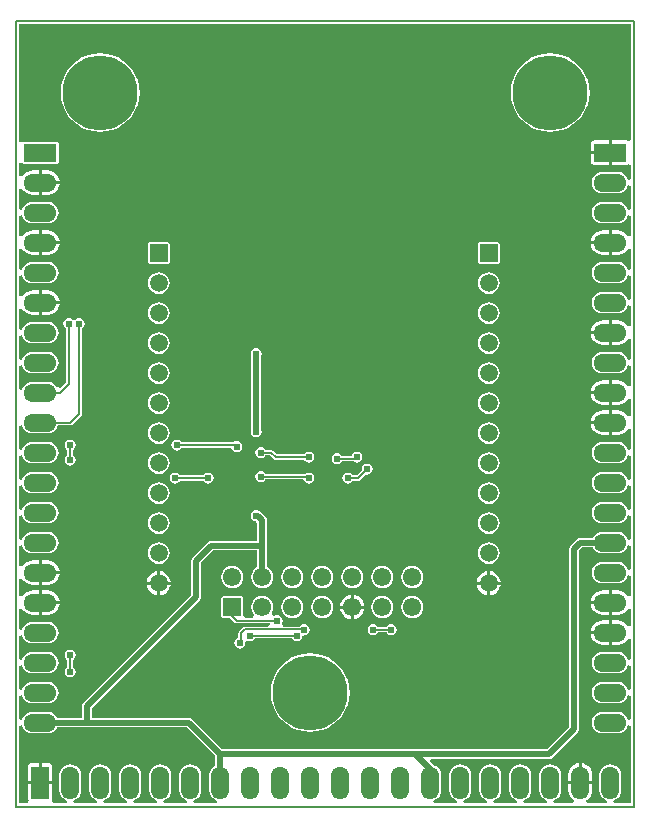
<source format=gbl>
G04 Layer_Physical_Order=2*
G04 Layer_Color=16711680*
%FSLAX25Y25*%
%MOIN*%
G70*
G01*
G75*
%ADD16C,0.00600*%
%ADD17C,0.02000*%
%ADD18C,0.01000*%
%ADD20C,0.00500*%
%ADD21R,0.05984X0.05984*%
%ADD22C,0.05984*%
%ADD23C,0.06102*%
%ADD24R,0.06102X0.06102*%
%ADD25C,0.25000*%
%ADD26O,0.11000X0.06000*%
%ADD27R,0.11000X0.06000*%
%ADD28O,0.06000X0.11000*%
%ADD29R,0.06000X0.11000*%
%ADD30C,0.02400*%
%ADD31C,0.02362*%
G36*
X304980Y322325D02*
X304800Y322181D01*
X303980Y321882D01*
X303890Y321942D01*
X303500Y322020D01*
X298500D01*
Y318000D01*
Y313980D01*
X303500D01*
X303890Y314058D01*
X303980Y314118D01*
X304800Y313819D01*
X304980Y313675D01*
Y309102D01*
X304007Y308940D01*
X303645Y309816D01*
X303067Y310567D01*
X302315Y311145D01*
X301440Y311507D01*
X300500Y311631D01*
X295500D01*
X294560Y311507D01*
X293685Y311145D01*
X292933Y310567D01*
X292355Y309816D01*
X291993Y308940D01*
X291869Y308000D01*
X291993Y307060D01*
X292355Y306185D01*
X292933Y305433D01*
X293685Y304855D01*
X294560Y304493D01*
X295500Y304369D01*
X300500D01*
X301440Y304493D01*
X302315Y304855D01*
X303067Y305433D01*
X303645Y306185D01*
X304007Y307060D01*
X304980Y306898D01*
Y299102D01*
X304007Y298940D01*
X303645Y299816D01*
X303067Y300568D01*
X302315Y301145D01*
X301440Y301507D01*
X300500Y301631D01*
X295500D01*
X294560Y301507D01*
X293685Y301145D01*
X292933Y300568D01*
X292355Y299816D01*
X291993Y298940D01*
X291869Y298000D01*
X291993Y297060D01*
X292355Y296184D01*
X292933Y295432D01*
X293685Y294855D01*
X294560Y294493D01*
X295500Y294369D01*
X300500D01*
X301440Y294493D01*
X302315Y294855D01*
X303067Y295432D01*
X303645Y296184D01*
X304007Y297060D01*
X304980Y296898D01*
Y290249D01*
X304038Y290027D01*
X303980Y290035D01*
X303353Y290853D01*
X302517Y291494D01*
X301544Y291897D01*
X300500Y292035D01*
X298500D01*
Y288000D01*
Y283965D01*
X300500D01*
X301544Y284103D01*
X302517Y284506D01*
X303353Y285147D01*
X303980Y285965D01*
X304038Y285972D01*
X304980Y285751D01*
Y279102D01*
X304007Y278940D01*
X303645Y279816D01*
X303067Y280568D01*
X302315Y281145D01*
X301440Y281507D01*
X300500Y281631D01*
X295500D01*
X294560Y281507D01*
X293685Y281145D01*
X292933Y280568D01*
X292355Y279816D01*
X291993Y278940D01*
X291869Y278000D01*
X291993Y277060D01*
X292355Y276185D01*
X292933Y275432D01*
X293685Y274855D01*
X294560Y274493D01*
X295500Y274369D01*
X300500D01*
X301440Y274493D01*
X302315Y274855D01*
X303067Y275432D01*
X303645Y276185D01*
X304007Y277060D01*
X304980Y276898D01*
Y269102D01*
X304007Y268940D01*
X303645Y269815D01*
X303067Y270567D01*
X302315Y271145D01*
X301440Y271507D01*
X300500Y271631D01*
X295500D01*
X294560Y271507D01*
X293685Y271145D01*
X292933Y270567D01*
X292355Y269815D01*
X291993Y268940D01*
X291869Y268000D01*
X291993Y267060D01*
X292355Y266184D01*
X292933Y265433D01*
X293685Y264855D01*
X294560Y264493D01*
X295500Y264369D01*
X300500D01*
X301440Y264493D01*
X302315Y264855D01*
X303067Y265433D01*
X303645Y266184D01*
X304007Y267060D01*
X304980Y266898D01*
Y260249D01*
X304038Y260028D01*
X303980Y260035D01*
X303353Y260853D01*
X302517Y261494D01*
X301544Y261897D01*
X300500Y262035D01*
X298500D01*
Y258000D01*
Y253965D01*
X300500D01*
X301544Y254103D01*
X302517Y254506D01*
X303353Y255147D01*
X303980Y255965D01*
X304038Y255973D01*
X304980Y255751D01*
Y249102D01*
X304007Y248940D01*
X303645Y249816D01*
X303067Y250568D01*
X302315Y251145D01*
X301440Y251507D01*
X300500Y251631D01*
X295500D01*
X294560Y251507D01*
X293685Y251145D01*
X292933Y250568D01*
X292355Y249816D01*
X291993Y248940D01*
X291869Y248000D01*
X291993Y247060D01*
X292355Y246184D01*
X292933Y245432D01*
X293685Y244855D01*
X294560Y244493D01*
X295500Y244369D01*
X300500D01*
X301440Y244493D01*
X302315Y244855D01*
X303067Y245432D01*
X303645Y246184D01*
X304007Y247060D01*
X304980Y246898D01*
Y240249D01*
X304038Y240027D01*
X303980Y240035D01*
X303353Y240853D01*
X302517Y241494D01*
X301544Y241897D01*
X300500Y242035D01*
X298500D01*
Y238000D01*
Y233965D01*
X300500D01*
X301544Y234103D01*
X302517Y234506D01*
X303353Y235147D01*
X303980Y235965D01*
X304038Y235972D01*
X304980Y235751D01*
Y230249D01*
X304038Y230028D01*
X303980Y230035D01*
X303353Y230853D01*
X302517Y231494D01*
X301544Y231897D01*
X300500Y232034D01*
X298500D01*
Y228000D01*
Y223966D01*
X300500D01*
X301544Y224103D01*
X302517Y224506D01*
X303353Y225147D01*
X303980Y225965D01*
X304038Y225973D01*
X304980Y225751D01*
Y219102D01*
X304007Y218940D01*
X303645Y219815D01*
X303067Y220567D01*
X302315Y221145D01*
X301440Y221507D01*
X300500Y221631D01*
X295500D01*
X294560Y221507D01*
X293685Y221145D01*
X292933Y220567D01*
X292355Y219815D01*
X291993Y218940D01*
X291869Y218000D01*
X291993Y217060D01*
X292355Y216184D01*
X292933Y215433D01*
X293685Y214855D01*
X294560Y214493D01*
X295500Y214369D01*
X300500D01*
X301440Y214493D01*
X302315Y214855D01*
X303067Y215433D01*
X303645Y216184D01*
X304007Y217060D01*
X304980Y216898D01*
Y209102D01*
X304007Y208940D01*
X303645Y209816D01*
X303067Y210567D01*
X302315Y211145D01*
X301440Y211507D01*
X300500Y211631D01*
X295500D01*
X294560Y211507D01*
X293685Y211145D01*
X292933Y210567D01*
X292355Y209816D01*
X291993Y208940D01*
X291869Y208000D01*
X291993Y207060D01*
X292355Y206185D01*
X292933Y205433D01*
X293685Y204855D01*
X294560Y204493D01*
X295500Y204369D01*
X300500D01*
X301440Y204493D01*
X302315Y204855D01*
X303067Y205433D01*
X303645Y206185D01*
X304007Y207060D01*
X304980Y206898D01*
Y199102D01*
X304007Y198940D01*
X303645Y199815D01*
X303067Y200568D01*
X302315Y201145D01*
X301440Y201507D01*
X300500Y201631D01*
X295500D01*
X294560Y201507D01*
X293685Y201145D01*
X292933Y200568D01*
X292355Y199815D01*
X291993Y198940D01*
X291869Y198000D01*
X291993Y197060D01*
X292355Y196185D01*
X292933Y195432D01*
X293685Y194855D01*
X294560Y194493D01*
X295500Y194369D01*
X300500D01*
X301440Y194493D01*
X302315Y194855D01*
X303067Y195432D01*
X303645Y196185D01*
X304007Y197060D01*
X304980Y196898D01*
Y189102D01*
X304007Y188940D01*
X303645Y189815D01*
X303067Y190568D01*
X302315Y191145D01*
X301440Y191507D01*
X300500Y191631D01*
X295500D01*
X294560Y191507D01*
X293685Y191145D01*
X292933Y190568D01*
X292355Y189815D01*
X292279Y189631D01*
X288000D01*
X287376Y189507D01*
X286846Y189154D01*
X284846Y187153D01*
X284493Y186624D01*
X284369Y186000D01*
Y126676D01*
X276824Y119131D01*
X168676D01*
X158653Y129154D01*
X158124Y129507D01*
X157500Y129631D01*
X125131D01*
Y132824D01*
X161153Y168846D01*
X161507Y169376D01*
X161631Y170000D01*
X161631Y170000D01*
Y181324D01*
X165676Y185369D01*
X180369D01*
Y179776D01*
X180159Y179689D01*
X179396Y179104D01*
X178811Y178341D01*
X178443Y177453D01*
X178317Y176500D01*
X178443Y175547D01*
X178811Y174659D01*
X179396Y173896D01*
X180159Y173311D01*
X181047Y172943D01*
X182000Y172817D01*
X182953Y172943D01*
X183841Y173311D01*
X184604Y173896D01*
X185189Y174659D01*
X185557Y175547D01*
X185683Y176500D01*
X185557Y177453D01*
X185189Y178341D01*
X184604Y179104D01*
X183841Y179689D01*
X183631Y179776D01*
Y187000D01*
Y195500D01*
X183507Y196124D01*
X183153Y196653D01*
X181653Y198153D01*
X181124Y198507D01*
X180925Y198547D01*
X180702Y198696D01*
X180000Y198835D01*
X179298Y198696D01*
X178702Y198298D01*
X178304Y197702D01*
X178165Y197000D01*
X178304Y196298D01*
X178702Y195702D01*
X179298Y195304D01*
X180000Y195165D01*
X180369Y194289D01*
Y188631D01*
X165000D01*
X164376Y188507D01*
X163847Y188154D01*
X158846Y183153D01*
X158493Y182624D01*
X158369Y182000D01*
Y170676D01*
X122346Y134653D01*
X121993Y134124D01*
X121869Y133500D01*
Y129631D01*
X113721D01*
X113645Y129815D01*
X113068Y130568D01*
X112315Y131145D01*
X111440Y131507D01*
X110500Y131631D01*
X105500D01*
X104560Y131507D01*
X103684Y131145D01*
X102932Y130568D01*
X102355Y129815D01*
X101993Y128940D01*
X101020Y129102D01*
Y136898D01*
X101993Y137060D01*
X102355Y136185D01*
X102932Y135432D01*
X103684Y134855D01*
X104560Y134493D01*
X105500Y134369D01*
X110500D01*
X111440Y134493D01*
X112315Y134855D01*
X113068Y135432D01*
X113645Y136185D01*
X114007Y137060D01*
X114131Y138000D01*
X114007Y138940D01*
X113645Y139815D01*
X113068Y140568D01*
X112315Y141145D01*
X111440Y141507D01*
X110500Y141631D01*
X105500D01*
X104560Y141507D01*
X103684Y141145D01*
X102932Y140568D01*
X102355Y139815D01*
X101993Y138940D01*
X101020Y139102D01*
Y146898D01*
X101993Y147060D01*
X102355Y146185D01*
X102932Y145432D01*
X103684Y144855D01*
X104560Y144493D01*
X105500Y144369D01*
X110500D01*
X111440Y144493D01*
X112315Y144855D01*
X113068Y145432D01*
X113645Y146185D01*
X114007Y147060D01*
X114131Y148000D01*
X114007Y148940D01*
X113645Y149815D01*
X113068Y150568D01*
X112315Y151145D01*
X111440Y151507D01*
X110500Y151631D01*
X105500D01*
X104560Y151507D01*
X103684Y151145D01*
X102932Y150568D01*
X102355Y149815D01*
X101993Y148940D01*
X101020Y149102D01*
Y156898D01*
X101993Y157060D01*
X102355Y156184D01*
X102932Y155432D01*
X103684Y154855D01*
X104560Y154493D01*
X105500Y154369D01*
X110500D01*
X111440Y154493D01*
X112315Y154855D01*
X113068Y155432D01*
X113645Y156184D01*
X114007Y157060D01*
X114131Y158000D01*
X114007Y158940D01*
X113645Y159816D01*
X113068Y160568D01*
X112315Y161145D01*
X111440Y161507D01*
X110500Y161631D01*
X105500D01*
X104560Y161507D01*
X103684Y161145D01*
X102932Y160568D01*
X102355Y159816D01*
X101993Y158940D01*
X101020Y159102D01*
Y165751D01*
X101962Y165972D01*
X102020Y165965D01*
X102647Y165147D01*
X103483Y164506D01*
X104456Y164103D01*
X105500Y163965D01*
X107500D01*
Y168000D01*
Y172035D01*
X105500D01*
X104456Y171897D01*
X103483Y171494D01*
X102647Y170853D01*
X102020Y170035D01*
X101962Y170027D01*
X101020Y170249D01*
Y175751D01*
X101962Y175972D01*
X102020Y175965D01*
X102647Y175147D01*
X103483Y174506D01*
X104456Y174103D01*
X105500Y173966D01*
X107500D01*
Y178000D01*
Y182035D01*
X105500D01*
X104456Y181897D01*
X103483Y181494D01*
X102647Y180853D01*
X102020Y180035D01*
X101962Y180027D01*
X101020Y180249D01*
Y186898D01*
X101993Y187060D01*
X102355Y186185D01*
X102932Y185432D01*
X103684Y184855D01*
X104560Y184493D01*
X105500Y184369D01*
X110500D01*
X111440Y184493D01*
X112315Y184855D01*
X113068Y185432D01*
X113645Y186185D01*
X114007Y187060D01*
X114131Y188000D01*
X114007Y188940D01*
X113645Y189815D01*
X113068Y190568D01*
X112315Y191145D01*
X111440Y191507D01*
X110500Y191631D01*
X105500D01*
X104560Y191507D01*
X103684Y191145D01*
X102932Y190568D01*
X102355Y189815D01*
X101993Y188940D01*
X101020Y189102D01*
Y196898D01*
X101993Y197060D01*
X102355Y196185D01*
X102932Y195432D01*
X103684Y194855D01*
X104560Y194493D01*
X105500Y194369D01*
X110500D01*
X111440Y194493D01*
X112315Y194855D01*
X113068Y195432D01*
X113645Y196185D01*
X114007Y197060D01*
X114131Y198000D01*
X114007Y198940D01*
X113645Y199815D01*
X113068Y200568D01*
X112315Y201145D01*
X111440Y201507D01*
X110500Y201631D01*
X105500D01*
X104560Y201507D01*
X103684Y201145D01*
X102932Y200568D01*
X102355Y199815D01*
X101993Y198940D01*
X101020Y199102D01*
Y206898D01*
X101993Y207060D01*
X102355Y206185D01*
X102932Y205433D01*
X103684Y204855D01*
X104560Y204493D01*
X105500Y204369D01*
X110500D01*
X111440Y204493D01*
X112315Y204855D01*
X113068Y205433D01*
X113645Y206185D01*
X114007Y207060D01*
X114131Y208000D01*
X114007Y208940D01*
X113645Y209816D01*
X113068Y210567D01*
X112315Y211145D01*
X111440Y211507D01*
X110500Y211631D01*
X105500D01*
X104560Y211507D01*
X103684Y211145D01*
X102932Y210567D01*
X102355Y209816D01*
X101993Y208940D01*
X101020Y209102D01*
Y216898D01*
X101993Y217060D01*
X102355Y216184D01*
X102932Y215433D01*
X103684Y214855D01*
X104560Y214493D01*
X105500Y214369D01*
X110500D01*
X111440Y214493D01*
X112315Y214855D01*
X113068Y215433D01*
X113645Y216184D01*
X114007Y217060D01*
X114131Y218000D01*
X114007Y218940D01*
X113645Y219815D01*
X113068Y220567D01*
X112315Y221145D01*
X111440Y221507D01*
X110500Y221631D01*
X105500D01*
X104560Y221507D01*
X103684Y221145D01*
X102932Y220567D01*
X102355Y219815D01*
X101993Y218940D01*
X101020Y219102D01*
Y226898D01*
X101993Y227060D01*
X102355Y226185D01*
X102932Y225432D01*
X103684Y224855D01*
X104560Y224493D01*
X105500Y224369D01*
X110500D01*
X111440Y224493D01*
X112315Y224855D01*
X113068Y225432D01*
X113645Y226185D01*
X114007Y227060D01*
X114010Y227082D01*
X118000D01*
X118351Y227152D01*
X118649Y227351D01*
X121649Y230351D01*
X121848Y230649D01*
X121918Y231000D01*
Y259448D01*
X122298Y259702D01*
X122696Y260298D01*
X122835Y261000D01*
X122696Y261702D01*
X122298Y262298D01*
X121702Y262696D01*
X121000Y262835D01*
X120298Y262696D01*
X119702Y262298D01*
X118798D01*
X118202Y262696D01*
X117500Y262835D01*
X116798Y262696D01*
X116202Y262298D01*
X115804Y261702D01*
X115665Y261000D01*
X115804Y260298D01*
X116202Y259702D01*
X116582Y259448D01*
Y241380D01*
X114812Y239610D01*
X113648Y239815D01*
X113627Y239839D01*
X113068Y240567D01*
X112315Y241145D01*
X111440Y241507D01*
X110500Y241631D01*
X105500D01*
X104560Y241507D01*
X103684Y241145D01*
X102932Y240567D01*
X102355Y239815D01*
X101993Y238940D01*
X101020Y239102D01*
Y246898D01*
X101993Y247060D01*
X102355Y246184D01*
X102932Y245432D01*
X103684Y244855D01*
X104560Y244493D01*
X105500Y244369D01*
X110500D01*
X111440Y244493D01*
X112315Y244855D01*
X113068Y245432D01*
X113645Y246184D01*
X114007Y247060D01*
X114131Y248000D01*
X114007Y248940D01*
X113645Y249816D01*
X113068Y250568D01*
X112315Y251145D01*
X111440Y251507D01*
X110500Y251631D01*
X105500D01*
X104560Y251507D01*
X103684Y251145D01*
X102932Y250568D01*
X102355Y249816D01*
X101993Y248940D01*
X101020Y249102D01*
Y256898D01*
X101993Y257060D01*
X102355Y256185D01*
X102932Y255433D01*
X103684Y254855D01*
X104560Y254493D01*
X105500Y254369D01*
X110500D01*
X111440Y254493D01*
X112315Y254855D01*
X113068Y255433D01*
X113645Y256185D01*
X114007Y257060D01*
X114131Y258000D01*
X114007Y258940D01*
X113645Y259816D01*
X113068Y260567D01*
X112315Y261145D01*
X111440Y261507D01*
X110500Y261631D01*
X105500D01*
X104560Y261507D01*
X103684Y261145D01*
X102932Y260567D01*
X102355Y259816D01*
X101993Y258940D01*
X101020Y259102D01*
Y265751D01*
X101962Y265972D01*
X102020Y265965D01*
X102647Y265147D01*
X103483Y264506D01*
X104456Y264103D01*
X105500Y263966D01*
X107500D01*
Y268000D01*
Y272035D01*
X105500D01*
X104456Y271897D01*
X103483Y271494D01*
X102647Y270853D01*
X102020Y270035D01*
X101962Y270027D01*
X101020Y270249D01*
Y276898D01*
X101993Y277060D01*
X102355Y276185D01*
X102932Y275432D01*
X103684Y274855D01*
X104560Y274493D01*
X105500Y274369D01*
X110500D01*
X111440Y274493D01*
X112315Y274855D01*
X113068Y275432D01*
X113645Y276185D01*
X114007Y277060D01*
X114131Y278000D01*
X114007Y278940D01*
X113645Y279816D01*
X113068Y280568D01*
X112315Y281145D01*
X111440Y281507D01*
X110500Y281631D01*
X105500D01*
X104560Y281507D01*
X103684Y281145D01*
X102932Y280568D01*
X102355Y279816D01*
X101993Y278940D01*
X101020Y279102D01*
Y285751D01*
X101962Y285972D01*
X102020Y285965D01*
X102647Y285147D01*
X103483Y284506D01*
X104456Y284103D01*
X105500Y283965D01*
X107500D01*
Y288000D01*
Y292035D01*
X105500D01*
X104456Y291897D01*
X103483Y291494D01*
X102647Y290853D01*
X102020Y290035D01*
X101962Y290027D01*
X101020Y290249D01*
Y296898D01*
X101993Y297060D01*
X102355Y296184D01*
X102932Y295432D01*
X103684Y294855D01*
X104560Y294493D01*
X105500Y294369D01*
X110500D01*
X111440Y294493D01*
X112315Y294855D01*
X113068Y295432D01*
X113645Y296184D01*
X114007Y297060D01*
X114131Y298000D01*
X114007Y298940D01*
X113645Y299816D01*
X113068Y300568D01*
X112315Y301145D01*
X111440Y301507D01*
X110500Y301631D01*
X105500D01*
X104560Y301507D01*
X103684Y301145D01*
X102932Y300568D01*
X102355Y299816D01*
X101993Y298940D01*
X101020Y299102D01*
Y305751D01*
X101962Y305973D01*
X102020Y305965D01*
X102647Y305147D01*
X103483Y304506D01*
X104456Y304103D01*
X105500Y303965D01*
X107500D01*
Y308000D01*
Y312035D01*
X105500D01*
X104456Y311897D01*
X103483Y311494D01*
X102647Y310853D01*
X102020Y310035D01*
X101962Y310028D01*
X101020Y310249D01*
Y314393D01*
X102020Y314592D01*
X102041Y314541D01*
X102500Y314351D01*
X113500D01*
X113959Y314541D01*
X114149Y315000D01*
Y321000D01*
X113959Y321459D01*
X113500Y321649D01*
X102500D01*
X102041Y321459D01*
X102020Y321408D01*
X101020Y321607D01*
Y360981D01*
X304980D01*
Y322325D01*
D02*
G37*
G36*
Y186898D02*
Y179102D01*
X304007Y178940D01*
X303645Y179815D01*
X303067Y180568D01*
X302315Y181145D01*
X301440Y181507D01*
X300500Y181631D01*
X295500D01*
X294560Y181507D01*
X293685Y181145D01*
X292933Y180568D01*
X292355Y179815D01*
X291993Y178940D01*
X291869Y178000D01*
X291993Y177060D01*
X292355Y176184D01*
X292933Y175432D01*
X293685Y174855D01*
X294560Y174493D01*
X295500Y174369D01*
X300500D01*
X301440Y174493D01*
X302315Y174855D01*
X303067Y175432D01*
X303645Y176184D01*
X304007Y177060D01*
X304980Y176898D01*
Y170249D01*
X304038Y170027D01*
X303980Y170035D01*
X303353Y170853D01*
X302517Y171494D01*
X301544Y171897D01*
X300500Y172035D01*
X298500D01*
Y168000D01*
Y163965D01*
X300500D01*
X301544Y164103D01*
X302517Y164506D01*
X303353Y165147D01*
X303980Y165965D01*
X304038Y165972D01*
X304980Y165751D01*
Y160249D01*
X304038Y160028D01*
X303980Y160035D01*
X303353Y160853D01*
X302517Y161494D01*
X301544Y161897D01*
X300500Y162034D01*
X298500D01*
Y158000D01*
Y153965D01*
X300500D01*
X301544Y154103D01*
X302517Y154506D01*
X303353Y155147D01*
X303980Y155965D01*
X304038Y155973D01*
X304980Y155751D01*
Y149102D01*
X304007Y148940D01*
X303645Y149815D01*
X303067Y150568D01*
X302315Y151145D01*
X301440Y151507D01*
X300500Y151631D01*
X295500D01*
X294560Y151507D01*
X293685Y151145D01*
X292933Y150568D01*
X292355Y149815D01*
X291993Y148940D01*
X291869Y148000D01*
X291993Y147060D01*
X292355Y146185D01*
X292933Y145432D01*
X293685Y144855D01*
X294560Y144493D01*
X295500Y144369D01*
X300500D01*
X301440Y144493D01*
X302315Y144855D01*
X303067Y145432D01*
X303645Y146185D01*
X304007Y147060D01*
X304980Y146898D01*
Y139102D01*
X304007Y138940D01*
X303645Y139815D01*
X303067Y140568D01*
X302315Y141145D01*
X301440Y141507D01*
X300500Y141631D01*
X295500D01*
X294560Y141507D01*
X293685Y141145D01*
X292933Y140568D01*
X292355Y139815D01*
X291993Y138940D01*
X291869Y138000D01*
X291993Y137060D01*
X292355Y136185D01*
X292933Y135432D01*
X293685Y134855D01*
X294560Y134493D01*
X295500Y134369D01*
X300500D01*
X301440Y134493D01*
X302315Y134855D01*
X303067Y135432D01*
X303645Y136185D01*
X304007Y137060D01*
X304980Y136898D01*
Y129102D01*
X304007Y128940D01*
X303645Y129815D01*
X303067Y130568D01*
X302315Y131145D01*
X301440Y131507D01*
X300500Y131631D01*
X295500D01*
X294560Y131507D01*
X293685Y131145D01*
X292933Y130568D01*
X292355Y129815D01*
X291993Y128940D01*
X291869Y128000D01*
X291993Y127060D01*
X292355Y126184D01*
X292933Y125432D01*
X293685Y124855D01*
X294560Y124493D01*
X295500Y124369D01*
X300500D01*
X301440Y124493D01*
X302315Y124855D01*
X303067Y125432D01*
X303645Y126184D01*
X304007Y127060D01*
X304980Y126898D01*
Y101020D01*
X299102D01*
X298940Y101993D01*
X299816Y102355D01*
X300568Y102932D01*
X301145Y103684D01*
X301507Y104560D01*
X301631Y105500D01*
Y110500D01*
X301507Y111440D01*
X301145Y112315D01*
X300568Y113068D01*
X299816Y113645D01*
X298940Y114007D01*
X298000Y114131D01*
X297060Y114007D01*
X296184Y113645D01*
X295432Y113068D01*
X294855Y112315D01*
X294493Y111440D01*
X294369Y110500D01*
Y105500D01*
X294493Y104560D01*
X294855Y103684D01*
X295432Y102932D01*
X296184Y102355D01*
X297060Y101993D01*
X296898Y101020D01*
X290249D01*
X290027Y101962D01*
X290035Y102020D01*
X290853Y102647D01*
X291494Y103483D01*
X291897Y104456D01*
X292035Y105500D01*
Y107500D01*
X288000D01*
X283965D01*
Y105500D01*
X284103Y104456D01*
X284506Y103483D01*
X285147Y102647D01*
X285965Y102020D01*
X285972Y101962D01*
X285751Y101020D01*
X279102D01*
X278940Y101993D01*
X279816Y102355D01*
X280568Y102932D01*
X281145Y103684D01*
X281507Y104560D01*
X281631Y105500D01*
Y110500D01*
X281507Y111440D01*
X281145Y112315D01*
X280568Y113068D01*
X279816Y113645D01*
X278940Y114007D01*
X278000Y114131D01*
X277060Y114007D01*
X276185Y113645D01*
X275432Y113068D01*
X274855Y112315D01*
X274493Y111440D01*
X274369Y110500D01*
Y105500D01*
X274493Y104560D01*
X274855Y103684D01*
X275432Y102932D01*
X276185Y102355D01*
X277060Y101993D01*
X276898Y101020D01*
X269102D01*
X268940Y101993D01*
X269815Y102355D01*
X270567Y102932D01*
X271145Y103684D01*
X271507Y104560D01*
X271631Y105500D01*
Y110500D01*
X271507Y111440D01*
X271145Y112315D01*
X270567Y113068D01*
X269815Y113645D01*
X268940Y114007D01*
X268000Y114131D01*
X267060Y114007D01*
X266184Y113645D01*
X265433Y113068D01*
X264855Y112315D01*
X264493Y111440D01*
X264369Y110500D01*
Y105500D01*
X264493Y104560D01*
X264855Y103684D01*
X265433Y102932D01*
X266184Y102355D01*
X267060Y101993D01*
X266898Y101020D01*
X259102D01*
X258940Y101993D01*
X259816Y102355D01*
X260567Y102932D01*
X261145Y103684D01*
X261507Y104560D01*
X261631Y105500D01*
Y110500D01*
X261507Y111440D01*
X261145Y112315D01*
X260567Y113068D01*
X259816Y113645D01*
X258940Y114007D01*
X258000Y114131D01*
X257060Y114007D01*
X256185Y113645D01*
X255433Y113068D01*
X254855Y112315D01*
X254493Y111440D01*
X254369Y110500D01*
Y105500D01*
X254493Y104560D01*
X254855Y103684D01*
X255433Y102932D01*
X256185Y102355D01*
X257060Y101993D01*
X256898Y101020D01*
X249102D01*
X248940Y101993D01*
X249816Y102355D01*
X250568Y102932D01*
X251145Y103684D01*
X251507Y104560D01*
X251631Y105500D01*
Y110500D01*
X251507Y111440D01*
X251145Y112315D01*
X250568Y113068D01*
X249816Y113645D01*
X248940Y114007D01*
X248000Y114131D01*
X247060Y114007D01*
X246184Y113645D01*
X245432Y113068D01*
X244855Y112315D01*
X244493Y111440D01*
X244369Y110500D01*
Y105500D01*
X244493Y104560D01*
X244855Y103684D01*
X245432Y102932D01*
X246184Y102355D01*
X247060Y101993D01*
X246898Y101020D01*
X239102D01*
X238940Y101993D01*
X239815Y102355D01*
X240567Y102932D01*
X241145Y103684D01*
X241507Y104560D01*
X241631Y105500D01*
Y110500D01*
X241507Y111440D01*
X241145Y112315D01*
X240567Y113068D01*
X239815Y113645D01*
X238940Y114007D01*
X238778Y114029D01*
X237862Y114945D01*
X238245Y115869D01*
X277500D01*
X278124Y115993D01*
X278654Y116347D01*
X287154Y124846D01*
X287507Y125376D01*
X287631Y126000D01*
X287631Y126000D01*
Y185324D01*
X288676Y186369D01*
X292279D01*
X292355Y186185D01*
X292933Y185432D01*
X293685Y184855D01*
X294560Y184493D01*
X295500Y184369D01*
X300500D01*
X301440Y184493D01*
X302315Y184855D01*
X303067Y185432D01*
X303645Y186185D01*
X304007Y187060D01*
X304980Y186898D01*
D02*
G37*
G36*
X102355Y126184D02*
X102932Y125432D01*
X103684Y124855D01*
X104560Y124493D01*
X105500Y124369D01*
X110500D01*
X111440Y124493D01*
X112315Y124855D01*
X113068Y125432D01*
X113645Y126184D01*
X113721Y126369D01*
X156824D01*
X166369Y116824D01*
Y113721D01*
X166184Y113645D01*
X165432Y113068D01*
X164855Y112315D01*
X164493Y111440D01*
X164369Y110500D01*
Y105500D01*
X164493Y104560D01*
X164855Y103684D01*
X165432Y102932D01*
X166184Y102355D01*
X167060Y101993D01*
X166898Y101020D01*
X159102D01*
X158940Y101993D01*
X159816Y102355D01*
X160568Y102932D01*
X161145Y103684D01*
X161507Y104560D01*
X161631Y105500D01*
Y110500D01*
X161507Y111440D01*
X161145Y112315D01*
X160568Y113068D01*
X159816Y113645D01*
X158940Y114007D01*
X158000Y114131D01*
X157060Y114007D01*
X156184Y113645D01*
X155432Y113068D01*
X154855Y112315D01*
X154493Y111440D01*
X154369Y110500D01*
Y105500D01*
X154493Y104560D01*
X154855Y103684D01*
X155432Y102932D01*
X156184Y102355D01*
X157060Y101993D01*
X156898Y101020D01*
X149102D01*
X148940Y101993D01*
X149815Y102355D01*
X150568Y102932D01*
X151145Y103684D01*
X151507Y104560D01*
X151631Y105500D01*
Y110500D01*
X151507Y111440D01*
X151145Y112315D01*
X150568Y113068D01*
X149815Y113645D01*
X148940Y114007D01*
X148000Y114131D01*
X147060Y114007D01*
X146185Y113645D01*
X145432Y113068D01*
X144855Y112315D01*
X144493Y111440D01*
X144369Y110500D01*
Y105500D01*
X144493Y104560D01*
X144855Y103684D01*
X145432Y102932D01*
X146185Y102355D01*
X147060Y101993D01*
X146898Y101020D01*
X139102D01*
X138940Y101993D01*
X139815Y102355D01*
X140568Y102932D01*
X141145Y103684D01*
X141507Y104560D01*
X141631Y105500D01*
Y110500D01*
X141507Y111440D01*
X141145Y112315D01*
X140568Y113068D01*
X139815Y113645D01*
X138940Y114007D01*
X138000Y114131D01*
X137060Y114007D01*
X136185Y113645D01*
X135432Y113068D01*
X134855Y112315D01*
X134493Y111440D01*
X134369Y110500D01*
Y105500D01*
X134493Y104560D01*
X134855Y103684D01*
X135432Y102932D01*
X136185Y102355D01*
X137060Y101993D01*
X136898Y101020D01*
X129102D01*
X128940Y101993D01*
X129815Y102355D01*
X130568Y102932D01*
X131145Y103684D01*
X131507Y104560D01*
X131631Y105500D01*
Y110500D01*
X131507Y111440D01*
X131145Y112315D01*
X130568Y113068D01*
X129815Y113645D01*
X128940Y114007D01*
X128000Y114131D01*
X127060Y114007D01*
X126184Y113645D01*
X125432Y113068D01*
X124855Y112315D01*
X124493Y111440D01*
X124369Y110500D01*
Y105500D01*
X124493Y104560D01*
X124855Y103684D01*
X125432Y102932D01*
X126184Y102355D01*
X127060Y101993D01*
X126898Y101020D01*
X119102D01*
X118940Y101993D01*
X119816Y102355D01*
X120568Y102932D01*
X121145Y103684D01*
X121507Y104560D01*
X121631Y105500D01*
Y110500D01*
X121507Y111440D01*
X121145Y112315D01*
X120568Y113068D01*
X119816Y113645D01*
X118940Y114007D01*
X118000Y114131D01*
X117060Y114007D01*
X116184Y113645D01*
X115432Y113068D01*
X114855Y112315D01*
X114493Y111440D01*
X114369Y110500D01*
Y105500D01*
X114493Y104560D01*
X114855Y103684D01*
X115432Y102932D01*
X116184Y102355D01*
X117060Y101993D01*
X116898Y101020D01*
X112325D01*
X112181Y101200D01*
X111882Y102020D01*
X111942Y102110D01*
X112020Y102500D01*
Y107500D01*
X108000D01*
X103980D01*
Y102500D01*
X104058Y102110D01*
X104118Y102020D01*
X103819Y101200D01*
X103675Y101020D01*
X101020D01*
Y126898D01*
X101993Y127060D01*
X102355Y126184D01*
D02*
G37*
%LPC*%
G36*
X202000Y180183D02*
X201047Y180057D01*
X200159Y179689D01*
X199396Y179104D01*
X198811Y178341D01*
X198443Y177453D01*
X198317Y176500D01*
X198443Y175547D01*
X198811Y174659D01*
X199396Y173896D01*
X200159Y173311D01*
X201047Y172943D01*
X202000Y172817D01*
X202953Y172943D01*
X203841Y173311D01*
X204604Y173896D01*
X205189Y174659D01*
X205557Y175547D01*
X205683Y176500D01*
X205557Y177453D01*
X205189Y178341D01*
X204604Y179104D01*
X203841Y179689D01*
X202953Y180057D01*
X202000Y180183D01*
D02*
G37*
G36*
X192000D02*
X191047Y180057D01*
X190159Y179689D01*
X189396Y179104D01*
X188811Y178341D01*
X188443Y177453D01*
X188317Y176500D01*
X188443Y175547D01*
X188811Y174659D01*
X189396Y173896D01*
X190159Y173311D01*
X191047Y172943D01*
X192000Y172817D01*
X192953Y172943D01*
X193841Y173311D01*
X194604Y173896D01*
X195189Y174659D01*
X195557Y175547D01*
X195683Y176500D01*
X195557Y177453D01*
X195189Y178341D01*
X194604Y179104D01*
X193841Y179689D01*
X192953Y180057D01*
X192000Y180183D01*
D02*
G37*
G36*
X212000D02*
X211047Y180057D01*
X210159Y179689D01*
X209396Y179104D01*
X208811Y178341D01*
X208443Y177453D01*
X208317Y176500D01*
X208443Y175547D01*
X208811Y174659D01*
X209396Y173896D01*
X210159Y173311D01*
X211047Y172943D01*
X212000Y172817D01*
X212953Y172943D01*
X213841Y173311D01*
X214604Y173896D01*
X215189Y174659D01*
X215557Y175547D01*
X215683Y176500D01*
X215557Y177453D01*
X215189Y178341D01*
X214604Y179104D01*
X213841Y179689D01*
X212953Y180057D01*
X212000Y180183D01*
D02*
G37*
G36*
X232000D02*
X231047Y180057D01*
X230159Y179689D01*
X229396Y179104D01*
X228811Y178341D01*
X228443Y177453D01*
X228317Y176500D01*
X228443Y175547D01*
X228811Y174659D01*
X229396Y173896D01*
X230159Y173311D01*
X231047Y172943D01*
X232000Y172817D01*
X232953Y172943D01*
X233841Y173311D01*
X234604Y173896D01*
X235189Y174659D01*
X235557Y175547D01*
X235683Y176500D01*
X235557Y177453D01*
X235189Y178341D01*
X234604Y179104D01*
X233841Y179689D01*
X232953Y180057D01*
X232000Y180183D01*
D02*
G37*
G36*
X222000D02*
X221047Y180057D01*
X220159Y179689D01*
X219396Y179104D01*
X218811Y178341D01*
X218443Y177453D01*
X218317Y176500D01*
X218443Y175547D01*
X218811Y174659D01*
X219396Y173896D01*
X220159Y173311D01*
X221047Y172943D01*
X222000Y172817D01*
X222953Y172943D01*
X223841Y173311D01*
X224604Y173896D01*
X225189Y174659D01*
X225557Y175547D01*
X225683Y176500D01*
X225557Y177453D01*
X225189Y178341D01*
X224604Y179104D01*
X223841Y179689D01*
X222953Y180057D01*
X222000Y180183D01*
D02*
G37*
G36*
X257000Y174000D02*
X253539D01*
X253611Y173458D01*
X254013Y172487D01*
X254653Y171653D01*
X255487Y171013D01*
X256458Y170611D01*
X257000Y170539D01*
Y174000D01*
D02*
G37*
G36*
X147000D02*
X143539D01*
X143611Y173458D01*
X144013Y172487D01*
X144653Y171653D01*
X145487Y171013D01*
X146458Y170611D01*
X147000Y170539D01*
Y174000D01*
D02*
G37*
G36*
X151461D02*
X148000D01*
Y170539D01*
X148542Y170611D01*
X149513Y171013D01*
X150347Y171653D01*
X150987Y172487D01*
X151389Y173458D01*
X151461Y174000D01*
D02*
G37*
G36*
X172000Y180183D02*
X171047Y180057D01*
X170159Y179689D01*
X169396Y179104D01*
X168811Y178341D01*
X168443Y177453D01*
X168317Y176500D01*
X168443Y175547D01*
X168811Y174659D01*
X169396Y173896D01*
X170159Y173311D01*
X171047Y172943D01*
X172000Y172817D01*
X172953Y172943D01*
X173841Y173311D01*
X174604Y173896D01*
X175189Y174659D01*
X175557Y175547D01*
X175683Y176500D01*
X175557Y177453D01*
X175189Y178341D01*
X174604Y179104D01*
X173841Y179689D01*
X172953Y180057D01*
X172000Y180183D01*
D02*
G37*
G36*
X261461Y174000D02*
X258000D01*
Y170539D01*
X258542Y170611D01*
X259513Y171013D01*
X260347Y171653D01*
X260987Y172487D01*
X261389Y173458D01*
X261461Y174000D01*
D02*
G37*
G36*
X147500Y188123D02*
X146562Y188000D01*
X145688Y187638D01*
X144938Y187062D01*
X144362Y186312D01*
X144000Y185438D01*
X143877Y184500D01*
X144000Y183562D01*
X144362Y182688D01*
X144938Y181938D01*
X145688Y181362D01*
X146562Y181000D01*
X147500Y180877D01*
X148438Y181000D01*
X149312Y181362D01*
X150062Y181938D01*
X150638Y182688D01*
X151000Y183562D01*
X151123Y184500D01*
X151000Y185438D01*
X150638Y186312D01*
X150062Y187062D01*
X149312Y187638D01*
X148438Y188000D01*
X147500Y188123D01*
D02*
G37*
G36*
X110500Y182035D02*
X108500D01*
Y178500D01*
X114469D01*
X114397Y179044D01*
X113994Y180017D01*
X113353Y180853D01*
X112517Y181494D01*
X111544Y181897D01*
X110500Y182035D01*
D02*
G37*
G36*
X257500Y188123D02*
X256562Y188000D01*
X255688Y187638D01*
X254938Y187062D01*
X254362Y186312D01*
X254000Y185438D01*
X253877Y184500D01*
X254000Y183562D01*
X254362Y182688D01*
X254938Y181938D01*
X255688Y181362D01*
X256562Y181000D01*
X257500Y180877D01*
X258438Y181000D01*
X259312Y181362D01*
X260062Y181938D01*
X260638Y182688D01*
X261000Y183562D01*
X261123Y184500D01*
X261000Y185438D01*
X260638Y186312D01*
X260062Y187062D01*
X259312Y187638D01*
X258438Y188000D01*
X257500Y188123D01*
D02*
G37*
G36*
Y198123D02*
X256562Y198000D01*
X255688Y197638D01*
X254938Y197062D01*
X254362Y196312D01*
X254000Y195438D01*
X253877Y194500D01*
X254000Y193562D01*
X254362Y192688D01*
X254938Y191938D01*
X255688Y191362D01*
X256562Y191000D01*
X257500Y190877D01*
X258438Y191000D01*
X259312Y191362D01*
X260062Y191938D01*
X260638Y192688D01*
X261000Y193562D01*
X261123Y194500D01*
X261000Y195438D01*
X260638Y196312D01*
X260062Y197062D01*
X259312Y197638D01*
X258438Y198000D01*
X257500Y198123D01*
D02*
G37*
G36*
X147500D02*
X146562Y198000D01*
X145688Y197638D01*
X144938Y197062D01*
X144362Y196312D01*
X144000Y195438D01*
X143877Y194500D01*
X144000Y193562D01*
X144362Y192688D01*
X144938Y191938D01*
X145688Y191362D01*
X146562Y191000D01*
X147500Y190877D01*
X148438Y191000D01*
X149312Y191362D01*
X150062Y191938D01*
X150638Y192688D01*
X151000Y193562D01*
X151123Y194500D01*
X151000Y195438D01*
X150638Y196312D01*
X150062Y197062D01*
X149312Y197638D01*
X148438Y198000D01*
X147500Y198123D01*
D02*
G37*
G36*
X147000Y178461D02*
X146458Y178389D01*
X145487Y177987D01*
X144653Y177347D01*
X144013Y176513D01*
X143611Y175542D01*
X143539Y175000D01*
X147000D01*
Y178461D01*
D02*
G37*
G36*
X114469Y177500D02*
X108500D01*
Y173966D01*
X110500D01*
X111544Y174103D01*
X112517Y174506D01*
X113353Y175147D01*
X113994Y175983D01*
X114397Y176956D01*
X114469Y177500D01*
D02*
G37*
G36*
X257000Y178461D02*
X256458Y178389D01*
X255487Y177987D01*
X254653Y177347D01*
X254013Y176513D01*
X253611Y175542D01*
X253539Y175000D01*
X257000D01*
Y178461D01*
D02*
G37*
G36*
X258000D02*
Y175000D01*
X261461D01*
X261389Y175542D01*
X260987Y176513D01*
X260347Y177347D01*
X259513Y177987D01*
X258542Y178389D01*
X258000Y178461D01*
D02*
G37*
G36*
X148000D02*
Y175000D01*
X151461D01*
X151389Y175542D01*
X150987Y176513D01*
X150347Y177347D01*
X149513Y177987D01*
X148542Y178389D01*
X148000Y178461D01*
D02*
G37*
G36*
X118000Y152335D02*
X117298Y152196D01*
X116702Y151798D01*
X116304Y151202D01*
X116165Y150500D01*
X116304Y149798D01*
X116702Y149202D01*
X117082Y148948D01*
Y146552D01*
X116702Y146298D01*
X116304Y145702D01*
X116165Y145000D01*
X116304Y144298D01*
X116702Y143702D01*
X117298Y143304D01*
X118000Y143165D01*
X118702Y143304D01*
X119298Y143702D01*
X119696Y144298D01*
X119835Y145000D01*
X119696Y145702D01*
X119298Y146298D01*
X118918Y146552D01*
Y148948D01*
X119298Y149202D01*
X119696Y149798D01*
X119835Y150500D01*
X119696Y151202D01*
X119298Y151798D01*
X118702Y152196D01*
X118000Y152335D01*
D02*
G37*
G36*
X175051Y170201D02*
X168949D01*
X168490Y170010D01*
X168299Y169551D01*
Y163449D01*
X168490Y162990D01*
X168949Y162799D01*
X171403D01*
X172851Y161351D01*
X173149Y161152D01*
X173500Y161082D01*
X184432D01*
X184474Y161018D01*
X183936Y160018D01*
X176100D01*
X175749Y159948D01*
X175451Y159749D01*
X174351Y158649D01*
X174152Y158351D01*
X174082Y158000D01*
Y156252D01*
X173798Y156196D01*
X173202Y155798D01*
X172804Y155202D01*
X172665Y154500D01*
X172804Y153798D01*
X173202Y153202D01*
X173798Y152804D01*
X174500Y152665D01*
X175202Y152804D01*
X175798Y153202D01*
X176196Y153798D01*
X176335Y154500D01*
X176279Y154782D01*
X177179Y155384D01*
X177298Y155304D01*
X178000Y155165D01*
X178702Y155304D01*
X179298Y155702D01*
X179552Y156082D01*
X191948D01*
X192202Y155702D01*
X192798Y155304D01*
X193500Y155165D01*
X194202Y155304D01*
X194798Y155702D01*
X195196Y156298D01*
X195335Y157000D01*
X196310Y157226D01*
X196702Y157304D01*
X197298Y157702D01*
X197696Y158298D01*
X197835Y159000D01*
X197696Y159702D01*
X197298Y160298D01*
X196702Y160696D01*
X196000Y160835D01*
X195298Y160696D01*
X194702Y160298D01*
X194515Y160018D01*
X188951D01*
X188924Y160047D01*
X188508Y161018D01*
X188696Y161298D01*
X188835Y162000D01*
X188696Y162702D01*
X188298Y163298D01*
X187702Y163696D01*
X187000Y163835D01*
X186298Y163696D01*
X185858Y163402D01*
X185515Y163440D01*
X185103Y164218D01*
X185098Y164539D01*
X185189Y164659D01*
X185557Y165547D01*
X185683Y166500D01*
X185557Y167453D01*
X185189Y168341D01*
X184604Y169104D01*
X183841Y169689D01*
X182953Y170057D01*
X182000Y170183D01*
X181047Y170057D01*
X180159Y169689D01*
X179396Y169104D01*
X178811Y168341D01*
X178443Y167453D01*
X178317Y166500D01*
X178443Y165547D01*
X178811Y164659D01*
X179379Y163918D01*
X179365Y163814D01*
X179028Y162918D01*
X176563D01*
X175701Y163449D01*
Y169551D01*
X175510Y170010D01*
X175051Y170201D01*
D02*
G37*
G36*
X225000Y160835D02*
X224298Y160696D01*
X223702Y160298D01*
X223448Y159918D01*
X220552D01*
X220298Y160298D01*
X219702Y160696D01*
X219000Y160835D01*
X218298Y160696D01*
X217702Y160298D01*
X217304Y159702D01*
X217165Y159000D01*
X217304Y158298D01*
X217702Y157702D01*
X218298Y157304D01*
X219000Y157165D01*
X219702Y157304D01*
X220298Y157702D01*
X220552Y158082D01*
X223448D01*
X223702Y157702D01*
X224298Y157304D01*
X225000Y157165D01*
X225702Y157304D01*
X226298Y157702D01*
X226696Y158298D01*
X226835Y159000D01*
X226696Y159702D01*
X226298Y160298D01*
X225702Y160696D01*
X225000Y160835D01*
D02*
G37*
G36*
X198000Y151140D02*
X195944Y150979D01*
X193939Y150497D01*
X192034Y149708D01*
X190276Y148631D01*
X188708Y147292D01*
X187369Y145724D01*
X186292Y143966D01*
X185503Y142061D01*
X185021Y140056D01*
X184860Y138000D01*
X185021Y135944D01*
X185503Y133939D01*
X186292Y132034D01*
X187369Y130276D01*
X188708Y128708D01*
X190276Y127369D01*
X192034Y126292D01*
X193939Y125503D01*
X195944Y125021D01*
X198000Y124859D01*
X200056Y125021D01*
X202061Y125503D01*
X203966Y126292D01*
X205724Y127369D01*
X207292Y128708D01*
X208631Y130276D01*
X209708Y132034D01*
X210497Y133939D01*
X210979Y135944D01*
X211140Y138000D01*
X210979Y140056D01*
X210497Y142061D01*
X209708Y143966D01*
X208631Y145724D01*
X207292Y147292D01*
X205724Y148631D01*
X203966Y149708D01*
X202061Y150497D01*
X200056Y150979D01*
X198000Y151140D01*
D02*
G37*
G36*
X211500Y166000D02*
X207980D01*
X208053Y165442D01*
X208461Y164457D01*
X209111Y163611D01*
X209957Y162961D01*
X210942Y162553D01*
X211500Y162480D01*
Y166000D01*
D02*
G37*
G36*
X114469Y167500D02*
X108500D01*
Y163965D01*
X110500D01*
X111544Y164103D01*
X112517Y164506D01*
X113353Y165147D01*
X113994Y165983D01*
X114397Y166956D01*
X114469Y167500D01*
D02*
G37*
G36*
X211500Y170520D02*
X210942Y170447D01*
X209957Y170039D01*
X209111Y169389D01*
X208461Y168543D01*
X208053Y167558D01*
X207980Y167000D01*
X211500D01*
Y170520D01*
D02*
G37*
G36*
X110500Y172035D02*
X108500D01*
Y168500D01*
X114469D01*
X114397Y169044D01*
X113994Y170017D01*
X113353Y170853D01*
X112517Y171494D01*
X111544Y171897D01*
X110500Y172035D01*
D02*
G37*
G36*
X212500Y170520D02*
Y167000D01*
X216020D01*
X215947Y167558D01*
X215539Y168543D01*
X214889Y169389D01*
X214043Y170039D01*
X213058Y170447D01*
X212500Y170520D01*
D02*
G37*
G36*
X192000Y170183D02*
X191047Y170057D01*
X190159Y169689D01*
X189396Y169104D01*
X188811Y168341D01*
X188443Y167453D01*
X188317Y166500D01*
X188443Y165547D01*
X188811Y164659D01*
X189396Y163896D01*
X190159Y163311D01*
X191047Y162943D01*
X192000Y162817D01*
X192953Y162943D01*
X193841Y163311D01*
X194604Y163896D01*
X195189Y164659D01*
X195557Y165547D01*
X195683Y166500D01*
X195557Y167453D01*
X195189Y168341D01*
X194604Y169104D01*
X193841Y169689D01*
X192953Y170057D01*
X192000Y170183D01*
D02*
G37*
G36*
X216020Y166000D02*
X212500D01*
Y162480D01*
X213058Y162553D01*
X214043Y162961D01*
X214889Y163611D01*
X215539Y164457D01*
X215947Y165442D01*
X216020Y166000D01*
D02*
G37*
G36*
X202000Y170183D02*
X201047Y170057D01*
X200159Y169689D01*
X199396Y169104D01*
X198811Y168341D01*
X198443Y167453D01*
X198317Y166500D01*
X198443Y165547D01*
X198811Y164659D01*
X199396Y163896D01*
X200159Y163311D01*
X201047Y162943D01*
X202000Y162817D01*
X202953Y162943D01*
X203841Y163311D01*
X204604Y163896D01*
X205189Y164659D01*
X205557Y165547D01*
X205683Y166500D01*
X205557Y167453D01*
X205189Y168341D01*
X204604Y169104D01*
X203841Y169689D01*
X202953Y170057D01*
X202000Y170183D01*
D02*
G37*
G36*
X232000D02*
X231047Y170057D01*
X230159Y169689D01*
X229396Y169104D01*
X228811Y168341D01*
X228443Y167453D01*
X228317Y166500D01*
X228443Y165547D01*
X228811Y164659D01*
X229396Y163896D01*
X230159Y163311D01*
X231047Y162943D01*
X232000Y162817D01*
X232953Y162943D01*
X233841Y163311D01*
X234604Y163896D01*
X235189Y164659D01*
X235557Y165547D01*
X235683Y166500D01*
X235557Y167453D01*
X235189Y168341D01*
X234604Y169104D01*
X233841Y169689D01*
X232953Y170057D01*
X232000Y170183D01*
D02*
G37*
G36*
X222000D02*
X221047Y170057D01*
X220159Y169689D01*
X219396Y169104D01*
X218811Y168341D01*
X218443Y167453D01*
X218317Y166500D01*
X218443Y165547D01*
X218811Y164659D01*
X219396Y163896D01*
X220159Y163311D01*
X221047Y162943D01*
X222000Y162817D01*
X222953Y162943D01*
X223841Y163311D01*
X224604Y163896D01*
X225189Y164659D01*
X225557Y165547D01*
X225683Y166500D01*
X225557Y167453D01*
X225189Y168341D01*
X224604Y169104D01*
X223841Y169689D01*
X222953Y170057D01*
X222000Y170183D01*
D02*
G37*
G36*
X110500Y272035D02*
X108500D01*
Y268500D01*
X114469D01*
X114397Y269044D01*
X113994Y270017D01*
X113353Y270853D01*
X112517Y271494D01*
X111544Y271897D01*
X110500Y272035D01*
D02*
G37*
G36*
X114469Y267500D02*
X108500D01*
Y263966D01*
X110500D01*
X111544Y264103D01*
X112517Y264506D01*
X113353Y265147D01*
X113994Y265983D01*
X114397Y266956D01*
X114469Y267500D01*
D02*
G37*
G36*
X147500Y278123D02*
X146562Y278000D01*
X145688Y277638D01*
X144938Y277062D01*
X144362Y276312D01*
X144000Y275438D01*
X143877Y274500D01*
X144000Y273562D01*
X144362Y272688D01*
X144938Y271938D01*
X145688Y271362D01*
X146562Y271000D01*
X147500Y270877D01*
X148438Y271000D01*
X149312Y271362D01*
X150062Y271938D01*
X150638Y272688D01*
X151000Y273562D01*
X151123Y274500D01*
X151000Y275438D01*
X150638Y276312D01*
X150062Y277062D01*
X149312Y277638D01*
X148438Y278000D01*
X147500Y278123D01*
D02*
G37*
G36*
X150492Y288142D02*
X144508D01*
X144049Y287951D01*
X143858Y287492D01*
Y281508D01*
X144049Y281049D01*
X144508Y280858D01*
X150492D01*
X150951Y281049D01*
X151142Y281508D01*
Y287492D01*
X150951Y287951D01*
X150492Y288142D01*
D02*
G37*
G36*
X257500Y278123D02*
X256562Y278000D01*
X255688Y277638D01*
X254938Y277062D01*
X254362Y276312D01*
X254000Y275438D01*
X253877Y274500D01*
X254000Y273562D01*
X254362Y272688D01*
X254938Y271938D01*
X255688Y271362D01*
X256562Y271000D01*
X257500Y270877D01*
X258438Y271000D01*
X259312Y271362D01*
X260062Y271938D01*
X260638Y272688D01*
X261000Y273562D01*
X261123Y274500D01*
X261000Y275438D01*
X260638Y276312D01*
X260062Y277062D01*
X259312Y277638D01*
X258438Y278000D01*
X257500Y278123D01*
D02*
G37*
G36*
Y268123D02*
X256562Y268000D01*
X255688Y267638D01*
X254938Y267062D01*
X254362Y266312D01*
X254000Y265438D01*
X253877Y264500D01*
X254000Y263562D01*
X254362Y262688D01*
X254938Y261938D01*
X255688Y261362D01*
X256562Y261000D01*
X257500Y260877D01*
X258438Y261000D01*
X259312Y261362D01*
X260062Y261938D01*
X260638Y262688D01*
X261000Y263562D01*
X261123Y264500D01*
X261000Y265438D01*
X260638Y266312D01*
X260062Y267062D01*
X259312Y267638D01*
X258438Y268000D01*
X257500Y268123D01*
D02*
G37*
G36*
Y258123D02*
X256562Y258000D01*
X255688Y257638D01*
X254938Y257062D01*
X254362Y256312D01*
X254000Y255438D01*
X253877Y254500D01*
X254000Y253562D01*
X254362Y252688D01*
X254938Y251938D01*
X255688Y251362D01*
X256562Y251000D01*
X257500Y250877D01*
X258438Y251000D01*
X259312Y251362D01*
X260062Y251938D01*
X260638Y252688D01*
X261000Y253562D01*
X261123Y254500D01*
X261000Y255438D01*
X260638Y256312D01*
X260062Y257062D01*
X259312Y257638D01*
X258438Y258000D01*
X257500Y258123D01*
D02*
G37*
G36*
X147500D02*
X146562Y258000D01*
X145688Y257638D01*
X144938Y257062D01*
X144362Y256312D01*
X144000Y255438D01*
X143877Y254500D01*
X144000Y253562D01*
X144362Y252688D01*
X144938Y251938D01*
X145688Y251362D01*
X146562Y251000D01*
X147500Y250877D01*
X148438Y251000D01*
X149312Y251362D01*
X150062Y251938D01*
X150638Y252688D01*
X151000Y253562D01*
X151123Y254500D01*
X151000Y255438D01*
X150638Y256312D01*
X150062Y257062D01*
X149312Y257638D01*
X148438Y258000D01*
X147500Y258123D01*
D02*
G37*
G36*
X297500Y257500D02*
X291531D01*
X291603Y256956D01*
X292006Y255983D01*
X292647Y255147D01*
X293483Y254506D01*
X294456Y254103D01*
X295500Y253965D01*
X297500D01*
Y257500D01*
D02*
G37*
G36*
X147500Y268123D02*
X146562Y268000D01*
X145688Y267638D01*
X144938Y267062D01*
X144362Y266312D01*
X144000Y265438D01*
X143877Y264500D01*
X144000Y263562D01*
X144362Y262688D01*
X144938Y261938D01*
X145688Y261362D01*
X146562Y261000D01*
X147500Y260877D01*
X148438Y261000D01*
X149312Y261362D01*
X150062Y261938D01*
X150638Y262688D01*
X151000Y263562D01*
X151123Y264500D01*
X151000Y265438D01*
X150638Y266312D01*
X150062Y267062D01*
X149312Y267638D01*
X148438Y268000D01*
X147500Y268123D01*
D02*
G37*
G36*
X297500Y262035D02*
X295500D01*
X294456Y261897D01*
X293483Y261494D01*
X292647Y260853D01*
X292006Y260017D01*
X291603Y259044D01*
X291531Y258500D01*
X297500D01*
Y262035D01*
D02*
G37*
G36*
Y317500D02*
X291480D01*
Y315000D01*
X291558Y314610D01*
X291779Y314279D01*
X292110Y314058D01*
X292500Y313980D01*
X297500D01*
Y317500D01*
D02*
G37*
G36*
X110500Y312035D02*
X108500D01*
Y308500D01*
X114469D01*
X114397Y309044D01*
X113994Y310017D01*
X113353Y310853D01*
X112517Y311494D01*
X111544Y311897D01*
X110500Y312035D01*
D02*
G37*
G36*
X297500Y322020D02*
X292500D01*
X292110Y321942D01*
X291779Y321721D01*
X291558Y321390D01*
X291480Y321000D01*
Y318500D01*
X297500D01*
Y322020D01*
D02*
G37*
G36*
X278000Y351140D02*
X275944Y350979D01*
X273939Y350497D01*
X272034Y349708D01*
X270276Y348631D01*
X268708Y347292D01*
X267369Y345724D01*
X266292Y343966D01*
X265503Y342061D01*
X265021Y340056D01*
X264860Y338000D01*
X265021Y335944D01*
X265503Y333939D01*
X266292Y332034D01*
X267369Y330276D01*
X268708Y328708D01*
X270276Y327369D01*
X272034Y326292D01*
X273939Y325503D01*
X275944Y325021D01*
X278000Y324859D01*
X280056Y325021D01*
X282061Y325503D01*
X283966Y326292D01*
X285724Y327369D01*
X287292Y328708D01*
X288631Y330276D01*
X289708Y332034D01*
X290497Y333939D01*
X290979Y335944D01*
X291141Y338000D01*
X290979Y340056D01*
X290497Y342061D01*
X289708Y343966D01*
X288631Y345724D01*
X287292Y347292D01*
X285724Y348631D01*
X283966Y349708D01*
X282061Y350497D01*
X280056Y350979D01*
X278000Y351140D01*
D02*
G37*
G36*
X128000D02*
X125944Y350979D01*
X123939Y350497D01*
X122034Y349708D01*
X120276Y348631D01*
X118708Y347292D01*
X117369Y345724D01*
X116292Y343966D01*
X115503Y342061D01*
X115021Y340056D01*
X114859Y338000D01*
X115021Y335944D01*
X115503Y333939D01*
X116292Y332034D01*
X117369Y330276D01*
X118708Y328708D01*
X120276Y327369D01*
X122034Y326292D01*
X123939Y325503D01*
X125944Y325021D01*
X128000Y324859D01*
X130056Y325021D01*
X132061Y325503D01*
X133966Y326292D01*
X135724Y327369D01*
X137292Y328708D01*
X138631Y330276D01*
X139708Y332034D01*
X140497Y333939D01*
X140979Y335944D01*
X141140Y338000D01*
X140979Y340056D01*
X140497Y342061D01*
X139708Y343966D01*
X138631Y345724D01*
X137292Y347292D01*
X135724Y348631D01*
X133966Y349708D01*
X132061Y350497D01*
X130056Y350979D01*
X128000Y351140D01*
D02*
G37*
G36*
X114469Y307500D02*
X108500D01*
Y303965D01*
X110500D01*
X111544Y304103D01*
X112517Y304506D01*
X113353Y305147D01*
X113994Y305983D01*
X114397Y306956D01*
X114469Y307500D01*
D02*
G37*
G36*
Y287500D02*
X108500D01*
Y283965D01*
X110500D01*
X111544Y284103D01*
X112517Y284506D01*
X113353Y285147D01*
X113994Y285983D01*
X114397Y286956D01*
X114469Y287500D01*
D02*
G37*
G36*
X260492Y288142D02*
X254508D01*
X254049Y287951D01*
X253858Y287492D01*
Y281508D01*
X254049Y281049D01*
X254508Y280858D01*
X260492D01*
X260951Y281049D01*
X261142Y281508D01*
Y287492D01*
X260951Y287951D01*
X260492Y288142D01*
D02*
G37*
G36*
X297500Y287500D02*
X291531D01*
X291603Y286956D01*
X292006Y285983D01*
X292647Y285147D01*
X293483Y284506D01*
X294456Y284103D01*
X295500Y283965D01*
X297500D01*
Y287500D01*
D02*
G37*
G36*
Y292035D02*
X295500D01*
X294456Y291897D01*
X293483Y291494D01*
X292647Y290853D01*
X292006Y290017D01*
X291603Y289044D01*
X291531Y288500D01*
X297500D01*
Y292035D01*
D02*
G37*
G36*
X110500D02*
X108500D01*
Y288500D01*
X114469D01*
X114397Y289044D01*
X113994Y290017D01*
X113353Y290853D01*
X112517Y291494D01*
X111544Y291897D01*
X110500Y292035D01*
D02*
G37*
G36*
X118000Y222335D02*
X117298Y222196D01*
X116702Y221798D01*
X116304Y221202D01*
X116165Y220500D01*
X116304Y219798D01*
X116702Y219202D01*
X117082Y218948D01*
Y217052D01*
X116702Y216798D01*
X116304Y216202D01*
X116165Y215500D01*
X116304Y214798D01*
X116702Y214202D01*
X117298Y213804D01*
X118000Y213665D01*
X118702Y213804D01*
X119298Y214202D01*
X119696Y214798D01*
X119835Y215500D01*
X119696Y216202D01*
X119298Y216798D01*
X118918Y217052D01*
Y218948D01*
X119298Y219202D01*
X119696Y219798D01*
X119835Y220500D01*
X119696Y221202D01*
X119298Y221798D01*
X118702Y222196D01*
X118000Y222335D01*
D02*
G37*
G36*
X257500Y218123D02*
X256562Y218000D01*
X255688Y217638D01*
X254938Y217062D01*
X254362Y216312D01*
X254000Y215438D01*
X253877Y214500D01*
X254000Y213562D01*
X254362Y212688D01*
X254938Y211938D01*
X255688Y211362D01*
X256562Y211000D01*
X257500Y210877D01*
X258438Y211000D01*
X259312Y211362D01*
X260062Y211938D01*
X260638Y212688D01*
X261000Y213562D01*
X261123Y214500D01*
X261000Y215438D01*
X260638Y216312D01*
X260062Y217062D01*
X259312Y217638D01*
X258438Y218000D01*
X257500Y218123D01*
D02*
G37*
G36*
X181500Y219835D02*
X180798Y219696D01*
X180202Y219298D01*
X179804Y218702D01*
X179665Y218000D01*
X179804Y217298D01*
X180202Y216702D01*
X180798Y216304D01*
X181500Y216165D01*
X182202Y216304D01*
X182798Y216702D01*
X183052Y217082D01*
X184620D01*
X185851Y215851D01*
X186149Y215652D01*
X186500Y215582D01*
X195948D01*
X196202Y215202D01*
X196798Y214804D01*
X197500Y214665D01*
X198202Y214804D01*
X198798Y215202D01*
X199196Y215798D01*
X199335Y216500D01*
X199196Y217202D01*
X198798Y217798D01*
X198202Y218196D01*
X197500Y218335D01*
X196798Y218196D01*
X196202Y217798D01*
X195948Y217418D01*
X186880D01*
X185649Y218649D01*
X185351Y218848D01*
X185000Y218918D01*
X183052D01*
X182798Y219298D01*
X182202Y219696D01*
X181500Y219835D01*
D02*
G37*
G36*
X153500Y222335D02*
X152798Y222196D01*
X152202Y221798D01*
X151804Y221202D01*
X151665Y220500D01*
X151804Y219798D01*
X152202Y219202D01*
X152798Y218804D01*
X153500Y218665D01*
X154202Y218804D01*
X154798Y219202D01*
X155052Y219582D01*
X171748D01*
X171804Y219298D01*
X172202Y218702D01*
X172798Y218304D01*
X173500Y218165D01*
X174202Y218304D01*
X174798Y218702D01*
X175196Y219298D01*
X175335Y220000D01*
X175196Y220702D01*
X174798Y221298D01*
X174202Y221696D01*
X173500Y221835D01*
X172798Y221696D01*
X172382Y221418D01*
X155052D01*
X154798Y221798D01*
X154202Y222196D01*
X153500Y222335D01*
D02*
G37*
G36*
X213500Y218335D02*
X212798Y218196D01*
X212202Y217798D01*
X211804Y217202D01*
X211748Y216918D01*
X208552D01*
X208298Y217298D01*
X207702Y217696D01*
X207000Y217835D01*
X206298Y217696D01*
X205702Y217298D01*
X205304Y216702D01*
X205165Y216000D01*
X205304Y215298D01*
X205702Y214702D01*
X206298Y214304D01*
X207000Y214165D01*
X207702Y214304D01*
X208298Y214702D01*
X208552Y215082D01*
X212382D01*
X212798Y214804D01*
X213500Y214665D01*
X214202Y214804D01*
X214798Y215202D01*
X215196Y215798D01*
X215335Y216500D01*
X215196Y217202D01*
X214798Y217798D01*
X214202Y218196D01*
X213500Y218335D01*
D02*
G37*
G36*
X147500Y218123D02*
X146562Y218000D01*
X145688Y217638D01*
X144938Y217062D01*
X144362Y216312D01*
X144000Y215438D01*
X143877Y214500D01*
X144000Y213562D01*
X144362Y212688D01*
X144938Y211938D01*
X145688Y211362D01*
X146562Y211000D01*
X147500Y210877D01*
X148438Y211000D01*
X149312Y211362D01*
X150062Y211938D01*
X150638Y212688D01*
X151000Y213562D01*
X151123Y214500D01*
X151000Y215438D01*
X150638Y216312D01*
X150062Y217062D01*
X149312Y217638D01*
X148438Y218000D01*
X147500Y218123D01*
D02*
G37*
G36*
X257500Y208123D02*
X256562Y208000D01*
X255688Y207638D01*
X254938Y207062D01*
X254362Y206312D01*
X254000Y205438D01*
X253877Y204500D01*
X254000Y203562D01*
X254362Y202688D01*
X254938Y201938D01*
X255688Y201362D01*
X256562Y201000D01*
X257500Y200877D01*
X258438Y201000D01*
X259312Y201362D01*
X260062Y201938D01*
X260638Y202688D01*
X261000Y203562D01*
X261123Y204500D01*
X261000Y205438D01*
X260638Y206312D01*
X260062Y207062D01*
X259312Y207638D01*
X258438Y208000D01*
X257500Y208123D01*
D02*
G37*
G36*
X147500D02*
X146562Y208000D01*
X145688Y207638D01*
X144938Y207062D01*
X144362Y206312D01*
X144000Y205438D01*
X143877Y204500D01*
X144000Y203562D01*
X144362Y202688D01*
X144938Y201938D01*
X145688Y201362D01*
X146562Y201000D01*
X147500Y200877D01*
X148438Y201000D01*
X149312Y201362D01*
X150062Y201938D01*
X150638Y202688D01*
X151000Y203562D01*
X151123Y204500D01*
X151000Y205438D01*
X150638Y206312D01*
X150062Y207062D01*
X149312Y207638D01*
X148438Y208000D01*
X147500Y208123D01*
D02*
G37*
G36*
X181500Y211835D02*
X180798Y211696D01*
X180202Y211298D01*
X179804Y210702D01*
X179665Y210000D01*
X179804Y209298D01*
X180202Y208702D01*
X180798Y208304D01*
X181500Y208165D01*
X182202Y208304D01*
X182798Y208702D01*
X183052Y209082D01*
X195748D01*
X195804Y208798D01*
X196202Y208202D01*
X196798Y207804D01*
X197500Y207665D01*
X198202Y207804D01*
X198798Y208202D01*
X199196Y208798D01*
X199335Y209500D01*
X199196Y210202D01*
X198798Y210798D01*
X198202Y211196D01*
X197500Y211335D01*
X196798Y211196D01*
X196382Y210918D01*
X183052D01*
X182798Y211298D01*
X182202Y211696D01*
X181500Y211835D01*
D02*
G37*
G36*
X217000Y214335D02*
X216298Y214196D01*
X215702Y213798D01*
X215304Y213202D01*
X215165Y212500D01*
X215254Y212052D01*
X213620Y210418D01*
X212052D01*
X211798Y210798D01*
X211202Y211196D01*
X210500Y211335D01*
X209798Y211196D01*
X209202Y210798D01*
X208804Y210202D01*
X208665Y209500D01*
X208804Y208798D01*
X209202Y208202D01*
X209798Y207804D01*
X210500Y207665D01*
X211202Y207804D01*
X211798Y208202D01*
X212052Y208582D01*
X214000D01*
X214351Y208652D01*
X214649Y208851D01*
X216552Y210754D01*
X217000Y210665D01*
X217702Y210804D01*
X218298Y211202D01*
X218696Y211798D01*
X218835Y212500D01*
X218696Y213202D01*
X218298Y213798D01*
X217702Y214196D01*
X217000Y214335D01*
D02*
G37*
G36*
X164000Y211335D02*
X163298Y211196D01*
X162702Y210798D01*
X162448Y210418D01*
X154552D01*
X154298Y210798D01*
X153702Y211196D01*
X153000Y211335D01*
X152298Y211196D01*
X151702Y210798D01*
X151304Y210202D01*
X151165Y209500D01*
X151304Y208798D01*
X151702Y208202D01*
X152298Y207804D01*
X153000Y207665D01*
X153702Y207804D01*
X154298Y208202D01*
X154552Y208582D01*
X162448D01*
X162702Y208202D01*
X163298Y207804D01*
X164000Y207665D01*
X164702Y207804D01*
X165298Y208202D01*
X165696Y208798D01*
X165835Y209500D01*
X165696Y210202D01*
X165298Y210798D01*
X164702Y211196D01*
X164000Y211335D01*
D02*
G37*
G36*
X297500Y237500D02*
X291531D01*
X291603Y236956D01*
X292006Y235983D01*
X292647Y235147D01*
X293483Y234506D01*
X294456Y234103D01*
X295500Y233965D01*
X297500D01*
Y237500D01*
D02*
G37*
G36*
X257500Y238123D02*
X256562Y238000D01*
X255688Y237638D01*
X254938Y237062D01*
X254362Y236312D01*
X254000Y235438D01*
X253877Y234500D01*
X254000Y233562D01*
X254362Y232688D01*
X254938Y231938D01*
X255688Y231362D01*
X256562Y231000D01*
X257500Y230877D01*
X258438Y231000D01*
X259312Y231362D01*
X260062Y231938D01*
X260638Y232688D01*
X261000Y233562D01*
X261123Y234500D01*
X261000Y235438D01*
X260638Y236312D01*
X260062Y237062D01*
X259312Y237638D01*
X258438Y238000D01*
X257500Y238123D01*
D02*
G37*
G36*
X297500Y242035D02*
X295500D01*
X294456Y241897D01*
X293483Y241494D01*
X292647Y240853D01*
X292006Y240017D01*
X291603Y239044D01*
X291531Y238500D01*
X297500D01*
Y242035D01*
D02*
G37*
G36*
X257500Y248123D02*
X256562Y248000D01*
X255688Y247638D01*
X254938Y247062D01*
X254362Y246312D01*
X254000Y245438D01*
X253877Y244500D01*
X254000Y243562D01*
X254362Y242688D01*
X254938Y241938D01*
X255688Y241362D01*
X256562Y241000D01*
X257500Y240877D01*
X258438Y241000D01*
X259312Y241362D01*
X260062Y241938D01*
X260638Y242688D01*
X261000Y243562D01*
X261123Y244500D01*
X261000Y245438D01*
X260638Y246312D01*
X260062Y247062D01*
X259312Y247638D01*
X258438Y248000D01*
X257500Y248123D01*
D02*
G37*
G36*
X147500D02*
X146562Y248000D01*
X145688Y247638D01*
X144938Y247062D01*
X144362Y246312D01*
X144000Y245438D01*
X143877Y244500D01*
X144000Y243562D01*
X144362Y242688D01*
X144938Y241938D01*
X145688Y241362D01*
X146562Y241000D01*
X147500Y240877D01*
X148438Y241000D01*
X149312Y241362D01*
X150062Y241938D01*
X150638Y242688D01*
X151000Y243562D01*
X151123Y244500D01*
X151000Y245438D01*
X150638Y246312D01*
X150062Y247062D01*
X149312Y247638D01*
X148438Y248000D01*
X147500Y248123D01*
D02*
G37*
G36*
Y238123D02*
X146562Y238000D01*
X145688Y237638D01*
X144938Y237062D01*
X144362Y236312D01*
X144000Y235438D01*
X143877Y234500D01*
X144000Y233562D01*
X144362Y232688D01*
X144938Y231938D01*
X145688Y231362D01*
X146562Y231000D01*
X147500Y230877D01*
X148438Y231000D01*
X149312Y231362D01*
X150062Y231938D01*
X150638Y232688D01*
X151000Y233562D01*
X151123Y234500D01*
X151000Y235438D01*
X150638Y236312D01*
X150062Y237062D01*
X149312Y237638D01*
X148438Y238000D01*
X147500Y238123D01*
D02*
G37*
G36*
X257500Y228123D02*
X256562Y228000D01*
X255688Y227638D01*
X254938Y227062D01*
X254362Y226312D01*
X254000Y225438D01*
X253877Y224500D01*
X254000Y223562D01*
X254362Y222688D01*
X254938Y221938D01*
X255688Y221362D01*
X256562Y221000D01*
X257500Y220877D01*
X258438Y221000D01*
X259312Y221362D01*
X260062Y221938D01*
X260638Y222688D01*
X261000Y223562D01*
X261123Y224500D01*
X261000Y225438D01*
X260638Y226312D01*
X260062Y227062D01*
X259312Y227638D01*
X258438Y228000D01*
X257500Y228123D01*
D02*
G37*
G36*
X147500D02*
X146562Y228000D01*
X145688Y227638D01*
X144938Y227062D01*
X144362Y226312D01*
X144000Y225438D01*
X143877Y224500D01*
X144000Y223562D01*
X144362Y222688D01*
X144938Y221938D01*
X145688Y221362D01*
X146562Y221000D01*
X147500Y220877D01*
X148438Y221000D01*
X149312Y221362D01*
X150062Y221938D01*
X150638Y222688D01*
X151000Y223562D01*
X151123Y224500D01*
X151000Y225438D01*
X150638Y226312D01*
X150062Y227062D01*
X149312Y227638D01*
X148438Y228000D01*
X147500Y228123D01*
D02*
G37*
G36*
X180000Y252835D02*
X179298Y252696D01*
X178702Y252298D01*
X178304Y251702D01*
X178165Y251000D01*
X178304Y250298D01*
X178369Y250202D01*
Y225798D01*
X178304Y225702D01*
X178165Y225000D01*
X178304Y224298D01*
X178702Y223702D01*
X179298Y223304D01*
X180000Y223165D01*
X180702Y223304D01*
X181298Y223702D01*
X181696Y224298D01*
X181835Y225000D01*
X181696Y225702D01*
X181631Y225798D01*
Y250202D01*
X181696Y250298D01*
X181835Y251000D01*
X181696Y251702D01*
X181298Y252298D01*
X180702Y252696D01*
X180000Y252835D01*
D02*
G37*
G36*
X297500Y232034D02*
X295500D01*
X294456Y231897D01*
X293483Y231494D01*
X292647Y230853D01*
X292006Y230017D01*
X291603Y229044D01*
X291531Y228500D01*
X297500D01*
Y232034D01*
D02*
G37*
G36*
Y227500D02*
X291531D01*
X291603Y226956D01*
X292006Y225983D01*
X292647Y225147D01*
X293483Y224506D01*
X294456Y224103D01*
X295500Y223966D01*
X297500D01*
Y227500D01*
D02*
G37*
G36*
Y172035D02*
X295500D01*
X294456Y171897D01*
X293483Y171494D01*
X292647Y170853D01*
X292006Y170017D01*
X291603Y169044D01*
X291531Y168500D01*
X297500D01*
Y172035D01*
D02*
G37*
G36*
Y157500D02*
X291531D01*
X291603Y156956D01*
X292006Y155983D01*
X292647Y155147D01*
X293483Y154506D01*
X294456Y154103D01*
X295500Y153965D01*
X297500D01*
Y157500D01*
D02*
G37*
G36*
Y162034D02*
X295500D01*
X294456Y161897D01*
X293483Y161494D01*
X292647Y160853D01*
X292006Y160017D01*
X291603Y159044D01*
X291531Y158500D01*
X297500D01*
Y162034D01*
D02*
G37*
G36*
X287500Y114469D02*
X286956Y114397D01*
X285983Y113994D01*
X285147Y113353D01*
X284506Y112517D01*
X284103Y111544D01*
X283965Y110500D01*
Y108500D01*
X287500D01*
Y114469D01*
D02*
G37*
G36*
X288500D02*
Y108500D01*
X292035D01*
Y110500D01*
X291897Y111544D01*
X291494Y112517D01*
X290853Y113353D01*
X290017Y113994D01*
X289044Y114397D01*
X288500Y114469D01*
D02*
G37*
G36*
X297500Y167500D02*
X291531D01*
X291603Y166956D01*
X292006Y165983D01*
X292647Y165147D01*
X293483Y164506D01*
X294456Y164103D01*
X295500Y163965D01*
X297500D01*
Y167500D01*
D02*
G37*
G36*
X107500Y114520D02*
X105000D01*
X104610Y114442D01*
X104279Y114221D01*
X104058Y113890D01*
X103980Y113500D01*
Y108500D01*
X107500D01*
Y114520D01*
D02*
G37*
G36*
X111000D02*
X108500D01*
Y108500D01*
X112020D01*
Y113500D01*
X111942Y113890D01*
X111721Y114221D01*
X111390Y114442D01*
X111000Y114520D01*
D02*
G37*
%LPD*%
D16*
X153500Y220500D02*
X174000D01*
X185000Y218000D02*
X186500Y216500D01*
X181500Y218000D02*
X185000D01*
X181500Y210000D02*
X197000D01*
X197500Y209500D01*
X219000Y159000D02*
X225000D01*
X186500Y216500D02*
X197500D01*
X207000Y216000D02*
X213000D01*
X213500Y216500D01*
X214000Y209500D02*
X217000Y212500D01*
X210500Y209500D02*
X214000D01*
X153000D02*
X164000D01*
X173500Y162000D02*
X187000D01*
X172000Y163500D02*
X173500Y162000D01*
X172000Y163500D02*
Y166500D01*
X175000Y154500D02*
Y158000D01*
X174500Y154500D02*
X175000D01*
Y158000D02*
X176100Y159100D01*
X195900D01*
X196000Y159000D01*
X118000Y145000D02*
Y150500D01*
X178000Y157000D02*
X193500D01*
X118000Y215500D02*
Y220500D01*
X108000Y238000D02*
X114500D01*
X117500Y241000D01*
Y261000D01*
X108000Y228000D02*
X118000D01*
X121000Y231000D01*
Y261000D01*
D17*
X288000Y188000D02*
X298000D01*
X286000Y186000D02*
X288000Y188000D01*
X286000Y126000D02*
Y186000D01*
X277500Y117500D02*
X286000Y126000D01*
X233000Y117500D02*
X277500D01*
X182000Y187000D02*
Y195500D01*
Y176500D02*
Y187000D01*
X123500Y128000D02*
X157500D01*
X108000D02*
X123500D01*
X165000Y187000D02*
X182000D01*
X160000Y182000D02*
X165000Y187000D01*
X160000Y170000D02*
Y182000D01*
X123500Y133500D02*
X160000Y170000D01*
X123500Y128000D02*
Y133500D01*
X180000Y197000D02*
X180500D01*
X182000Y195500D01*
X180000Y225000D02*
Y251000D01*
X168000Y117500D02*
X233000D01*
X238000Y112500D01*
Y108000D02*
Y112500D01*
X168000Y108000D02*
Y117500D01*
X157500Y128000D02*
X168000Y117500D01*
D18*
X195614Y243571D02*
X199945D01*
X204276D01*
X208606D01*
X195614Y230579D02*
Y234910D01*
Y239240D01*
Y243571D01*
Y230579D02*
X199945D01*
X204276D01*
X208606D01*
Y234910D01*
Y239240D01*
Y243571D01*
X195614Y239240D02*
X199945D01*
X204276D01*
X208606D01*
X195614Y234910D02*
X199945D01*
X204276D01*
X208606D01*
X204276Y230579D02*
Y234910D01*
Y239240D01*
Y243571D01*
X199945Y230579D02*
Y234910D01*
Y239240D01*
Y243571D01*
D20*
X100000Y100000D02*
X306000D01*
Y362000D01*
X100000D02*
X306000D01*
X100000Y100000D02*
Y362000D01*
D21*
X257500Y284500D02*
D03*
X147500D02*
D03*
D22*
X257500Y274500D02*
D03*
Y264500D02*
D03*
Y254500D02*
D03*
Y244500D02*
D03*
Y234500D02*
D03*
Y224500D02*
D03*
Y214500D02*
D03*
Y204500D02*
D03*
Y194500D02*
D03*
Y184500D02*
D03*
Y174500D02*
D03*
X147500Y274500D02*
D03*
Y264500D02*
D03*
Y254500D02*
D03*
Y244500D02*
D03*
Y234500D02*
D03*
Y224500D02*
D03*
Y214500D02*
D03*
Y204500D02*
D03*
Y194500D02*
D03*
Y184500D02*
D03*
Y174500D02*
D03*
D23*
X232000Y176500D02*
D03*
X222000D02*
D03*
X212000D02*
D03*
X202000D02*
D03*
X192000D02*
D03*
X182000D02*
D03*
X172000D02*
D03*
X232000Y166500D02*
D03*
X222000D02*
D03*
X212000D02*
D03*
X202000D02*
D03*
X192000D02*
D03*
X182000D02*
D03*
D24*
X172000D02*
D03*
D25*
X278000Y338000D02*
D03*
X128000D02*
D03*
X198000Y138000D02*
D03*
D26*
X298000Y128000D02*
D03*
Y138000D02*
D03*
Y148000D02*
D03*
Y158000D02*
D03*
Y168000D02*
D03*
Y178000D02*
D03*
Y188000D02*
D03*
Y198000D02*
D03*
Y208000D02*
D03*
Y218000D02*
D03*
Y228000D02*
D03*
Y238000D02*
D03*
Y248000D02*
D03*
Y258000D02*
D03*
Y268000D02*
D03*
Y278000D02*
D03*
Y288000D02*
D03*
Y298000D02*
D03*
Y308000D02*
D03*
X108000Y128000D02*
D03*
Y138000D02*
D03*
Y148000D02*
D03*
Y158000D02*
D03*
Y168000D02*
D03*
Y178000D02*
D03*
Y188000D02*
D03*
Y198000D02*
D03*
Y208000D02*
D03*
Y218000D02*
D03*
Y228000D02*
D03*
Y238000D02*
D03*
Y248000D02*
D03*
Y258000D02*
D03*
Y268000D02*
D03*
Y278000D02*
D03*
Y288000D02*
D03*
Y298000D02*
D03*
Y308000D02*
D03*
D27*
X298000Y318000D02*
D03*
X108000D02*
D03*
D28*
X298000Y108000D02*
D03*
X288000D02*
D03*
X278000D02*
D03*
X268000D02*
D03*
X258000D02*
D03*
X248000D02*
D03*
X238000D02*
D03*
X228000D02*
D03*
X218000D02*
D03*
X208000D02*
D03*
X198000D02*
D03*
X188000D02*
D03*
X178000D02*
D03*
X168000D02*
D03*
X158000D02*
D03*
X148000D02*
D03*
X138000D02*
D03*
X128000D02*
D03*
X118000D02*
D03*
D29*
X108000D02*
D03*
D30*
X181500Y218000D02*
D03*
Y210000D02*
D03*
X180000Y197000D02*
D03*
Y225000D02*
D03*
Y251000D02*
D03*
X219000Y159000D02*
D03*
X225000D02*
D03*
X223402Y247902D02*
D03*
X207000Y216000D02*
D03*
X213500Y216500D02*
D03*
X197500D02*
D03*
X217000Y212500D02*
D03*
X210500Y209500D02*
D03*
X197500D02*
D03*
X164000D02*
D03*
X153000D02*
D03*
X187000Y162000D02*
D03*
X174500Y154500D02*
D03*
X196000Y159000D02*
D03*
X118000Y150500D02*
D03*
Y145000D02*
D03*
X193500Y157000D02*
D03*
X178000D02*
D03*
X173500Y220000D02*
D03*
X153500Y220500D02*
D03*
X215846Y199846D02*
D03*
X227847Y292154D02*
D03*
Y274654D02*
D03*
X234000Y280000D02*
D03*
Y288000D02*
D03*
X197500Y266500D02*
D03*
X118000Y215500D02*
D03*
Y220500D02*
D03*
X121000Y261000D02*
D03*
X117500D02*
D03*
X120000Y200000D02*
D03*
X130000Y220000D02*
D03*
X120000Y320000D02*
D03*
X140000Y160000D02*
D03*
X150000Y180000D02*
D03*
X140000Y200000D02*
D03*
Y320000D02*
D03*
X150000Y340000D02*
D03*
X160000Y160000D02*
D03*
Y240000D02*
D03*
Y320000D02*
D03*
X170000Y340000D02*
D03*
X190000Y260000D02*
D03*
X180000Y280000D02*
D03*
Y320000D02*
D03*
X190000Y340000D02*
D03*
X210000Y260000D02*
D03*
X200000Y280000D02*
D03*
X210000Y300000D02*
D03*
X200000Y320000D02*
D03*
X210000Y340000D02*
D03*
X230000Y140000D02*
D03*
X220000Y200000D02*
D03*
X230000Y260000D02*
D03*
X220000Y320000D02*
D03*
X230000Y340000D02*
D03*
X250000Y140000D02*
D03*
Y180000D02*
D03*
X240000Y200000D02*
D03*
X250000Y260000D02*
D03*
Y300000D02*
D03*
X240000Y320000D02*
D03*
X250000Y340000D02*
D03*
X260000Y160000D02*
D03*
Y200000D02*
D03*
Y240000D02*
D03*
X270000Y260000D02*
D03*
Y300000D02*
D03*
X260000Y320000D02*
D03*
X290000Y180000D02*
D03*
X280000Y240000D02*
D03*
X290000Y260000D02*
D03*
X280000Y320000D02*
D03*
X170000Y197000D02*
D03*
X180000Y130000D02*
D03*
X290000Y120000D02*
D03*
X245000Y122500D02*
D03*
X122500Y120000D02*
D03*
X147500Y150000D02*
D03*
X132500D02*
D03*
X122500Y140000D02*
D03*
X137500Y197500D02*
D03*
X120000Y180000D02*
D03*
Y190000D02*
D03*
X127500Y240000D02*
D03*
X132500Y267500D02*
D03*
X127500Y292500D02*
D03*
X180000D02*
D03*
X282500Y165000D02*
D03*
Y152500D02*
D03*
X160000Y260000D02*
D03*
D31*
X208606Y230579D02*
D03*
X204276D02*
D03*
X199945D02*
D03*
X195614D02*
D03*
X208606Y234910D02*
D03*
X204276D02*
D03*
X199945D02*
D03*
X195614D02*
D03*
X208606Y239240D02*
D03*
X204276D02*
D03*
X199945D02*
D03*
X195614D02*
D03*
X208606Y243571D02*
D03*
X204276D02*
D03*
X199945D02*
D03*
X195614D02*
D03*
M02*

</source>
